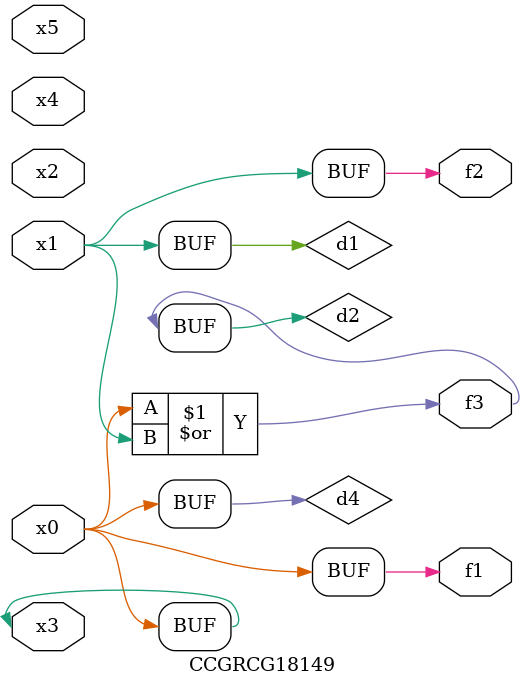
<source format=v>
module CCGRCG18149(
	input x0, x1, x2, x3, x4, x5,
	output f1, f2, f3
);

	wire d1, d2, d3, d4;

	and (d1, x1);
	or (d2, x0, x1);
	nand (d3, x0, x5);
	buf (d4, x0, x3);
	assign f1 = d4;
	assign f2 = d1;
	assign f3 = d2;
endmodule

</source>
